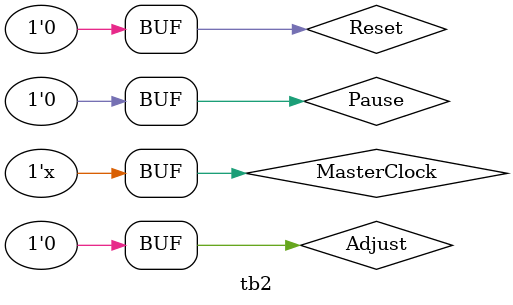
<source format=v>
`timescale 1ns / 1ps


module tb2;

	// Inputs
	reg MasterClock;
	reg Pause;
	reg Adjust;
	reg Reset;

	// Outputs
	wire [2:0] MinTens;
	wire [3:0] MinOnes;
	wire [2:0] SecTens;
	wire [3:0] SecOnes;
	wire [3:0] An;
	wire [7:0] C;
	wire [7:0] Led;

	// Instantiate the Unit Under Test (UUT)
	Main uut (
		.MasterClock(MasterClock), 
		.Pause(Pause), 
		.Adjust(Adjust), 
		.Reset(Reset), 
		.MinTens(MinTens), 
		.MinOnes(MinOnes), 
		.SecTens(SecTens), 
		.SecOnes(SecOnes), 
		.An(An), 
		.C(C), 
		.Led(Led)
	);

		initial begin
		// Initialize Inputs
		MasterClock = 0;
		Pause = 0;
		Adjust = 0;
		Reset = 1;

		// Wait 100 ns for global reset to finish
		#100;
        
		// Add stimulus here
		Reset = 0;
		
		#100000000;
		//$finish;
	end
	
	always 
	begin
		#5;
		MasterClock = !MasterClock;
	end
	
endmodule

</source>
